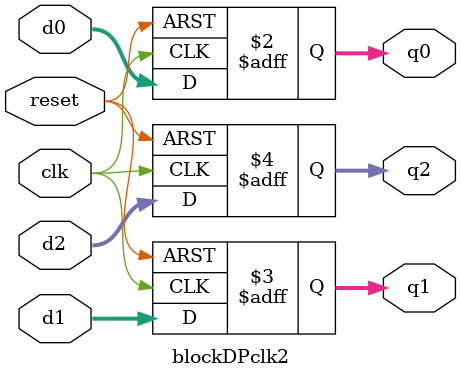
<source format=v>
module blockDPclk2 (
	clk,
	reset,
	d0,
    d1,
    d2,
	q0,
    q1,
    q2
);
	parameter WIDTH = 32;
    parameter WIDTH1 = 4;
	input wire clk;
	input wire reset;
	input wire [WIDTH - 1:0] d0;
	input wire [WIDTH - 1:0] d1;
    input wire [WIDTH1 - 1:0] d2;
	output reg [WIDTH - 1:0] q0;
	output reg [WIDTH - 1:0] q1;
	output reg [WIDTH1 - 1:0] q2;
	always @(posedge clk or posedge reset)
		if (reset) begin
			q0 <= 0;
            q1 <= 0;
            q2 <= 0;
        end
		else begin
			q0 <= d0;
            q1 <= d1;
            q2 <= d2;
        end
endmodule
</source>
